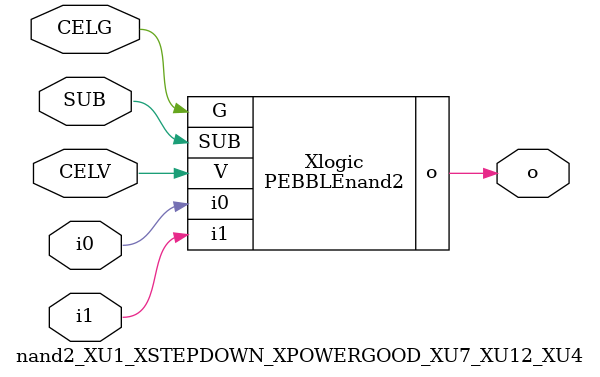
<source format=v>



module PEBBLEnand2 ( o, G, SUB, V, i0, i1 );

  input i0;
  input V;
  input i1;
  input G;
  output o;
  input SUB;
endmodule

//Celera Confidential Do Not Copy nand2_XU1_XSTEPDOWN_XPOWERGOOD_XU7_XU12_XU4
//Celera Confidential Symbol Generator
//5V NAND2
module nand2_XU1_XSTEPDOWN_XPOWERGOOD_XU7_XU12_XU4 (CELV,CELG,i0,i1,o,SUB);
input CELV;
input CELG;
input i0;
input i1;
input SUB;
output o;

//Celera Confidential Do Not Copy nand2
PEBBLEnand2 Xlogic(
.V (CELV),
.i0 (i0),
.i1 (i1),
.o (o),
.SUB (SUB),
.G (CELG)
);
//,diesize,PEBBLEnand2

//Celera Confidential Do Not Copy Module End
//Celera Schematic Generator
endmodule

</source>
